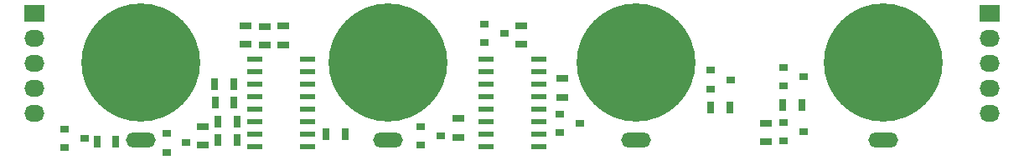
<source format=gbs>
%TF.GenerationSoftware,KiCad,Pcbnew,(5.1.12)-1*%
%TF.CreationDate,2021-11-29T00:24:33+03:00*%
%TF.ProjectId,lepetocontrol,6c657065-746f-4636-9f6e-74726f6c2e6b,rev?*%
%TF.SameCoordinates,Original*%
%TF.FileFunction,Soldermask,Bot*%
%TF.FilePolarity,Negative*%
%FSLAX46Y46*%
G04 Gerber Fmt 4.6, Leading zero omitted, Abs format (unit mm)*
G04 Created by KiCad (PCBNEW (5.1.12)-1) date 2021-11-29 00:24:33*
%MOMM*%
%LPD*%
G01*
G04 APERTURE LIST*
%ADD10O,2.032000X1.727200*%
%ADD11R,2.032000X1.727200*%
%ADD12O,3.000000X1.500000*%
%ADD13C,12.000000*%
%ADD14R,0.700000X1.300000*%
%ADD15R,1.300000X0.700000*%
%ADD16R,1.500000X0.600000*%
%ADD17R,0.900000X0.800000*%
G04 APERTURE END LIST*
D10*
X176530000Y-36576000D03*
X176530000Y-34036000D03*
X176530000Y-31496000D03*
X176530000Y-28956000D03*
D11*
X176530000Y-26416000D03*
D10*
X273050000Y-36576000D03*
X273050000Y-34036000D03*
X273050000Y-31496000D03*
X273050000Y-28956000D03*
D11*
X273050000Y-26416000D03*
D12*
X187280000Y-39259000D03*
D13*
X187280000Y-31459000D03*
D12*
X212280000Y-39259000D03*
D13*
X212280000Y-31459000D03*
D12*
X237280000Y-39259000D03*
D13*
X237280000Y-31459000D03*
D12*
X262280000Y-39259000D03*
D13*
X262280000Y-31459000D03*
D14*
X184772000Y-39465000D03*
X182872000Y-39465000D03*
D15*
X197858000Y-29559000D03*
X197858000Y-27659000D03*
X199763000Y-29681000D03*
X199763000Y-27781000D03*
D14*
X196649000Y-33623000D03*
X194749000Y-33623000D03*
D15*
X201668000Y-29620000D03*
X201668000Y-27720000D03*
D14*
X196710000Y-35528000D03*
X194810000Y-35528000D03*
X196972000Y-37433000D03*
X195072000Y-37433000D03*
X196972000Y-39338000D03*
X195072000Y-39338000D03*
X205991001Y-38703000D03*
X207891001Y-38703000D03*
D16*
X204147000Y-39973000D03*
X204147000Y-38703000D03*
X204147000Y-37433000D03*
X204147000Y-36163000D03*
X204147000Y-34893000D03*
X204147000Y-33623000D03*
X204147000Y-32353000D03*
X204147000Y-31083000D03*
X198747000Y-31083000D03*
X198747000Y-32353000D03*
X198747000Y-33623000D03*
X198747000Y-34893000D03*
X198747000Y-36163000D03*
X198747000Y-37433000D03*
X198747000Y-38703000D03*
X198747000Y-39973000D03*
X227515000Y-39973000D03*
X227515000Y-38703000D03*
X227515000Y-37433000D03*
X227515000Y-36163000D03*
X227515000Y-34893000D03*
X227515000Y-33623000D03*
X227515000Y-32353000D03*
X227515000Y-31083000D03*
X222115000Y-31083000D03*
X222115000Y-32353000D03*
X222115000Y-33623000D03*
X222115000Y-34893000D03*
X222115000Y-36163000D03*
X222115000Y-37433000D03*
X222115000Y-38703000D03*
X222115000Y-39973000D03*
D15*
X250436000Y-37565001D03*
X250436000Y-39465001D03*
D14*
X252153000Y-35782000D03*
X254053000Y-35782000D03*
X244853001Y-36036000D03*
X246753001Y-36036000D03*
D15*
X229862000Y-33054000D03*
X229862000Y-34954000D03*
X225671000Y-29559001D03*
X225671000Y-27659001D03*
X219321000Y-39018000D03*
X219321000Y-37118000D03*
X193548000Y-39846000D03*
X193548000Y-37946000D03*
D17*
X254230000Y-38449000D03*
X252230000Y-37499000D03*
X252230000Y-39399000D03*
X254230000Y-32861000D03*
X252230000Y-31911000D03*
X252230000Y-33811000D03*
X246848000Y-33176000D03*
X244848000Y-32226000D03*
X244848000Y-34126000D03*
X231608000Y-37626000D03*
X229608000Y-36676000D03*
X229608000Y-38576000D03*
X223988000Y-28477000D03*
X221988000Y-27527000D03*
X221988000Y-29427000D03*
X217543000Y-38896000D03*
X215543000Y-37946000D03*
X215543000Y-39846000D03*
X191881000Y-39592000D03*
X189881000Y-38642000D03*
X189881000Y-40542000D03*
X181570000Y-39150000D03*
X179570000Y-38200000D03*
X179570000Y-40100000D03*
M02*

</source>
